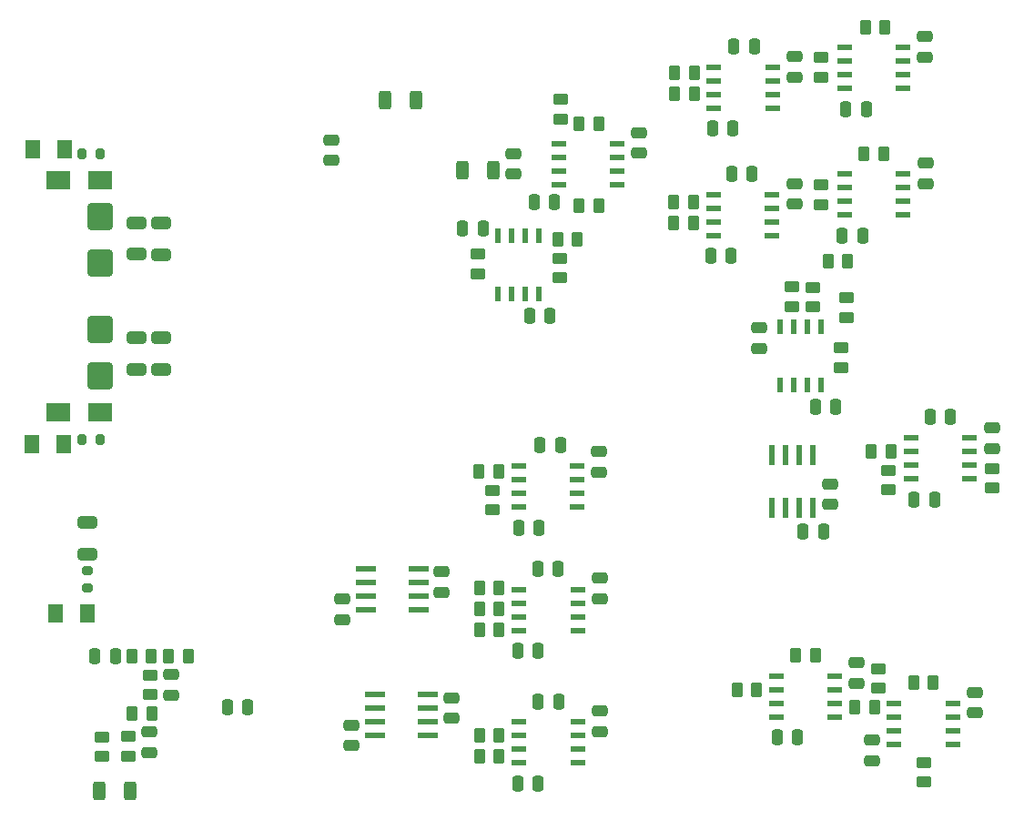
<source format=gtp>
%TF.GenerationSoftware,KiCad,Pcbnew,8.0.2*%
%TF.CreationDate,2024-06-23T14:40:44+03:00*%
%TF.ProjectId,Chaos Circuits,4368616f-7320-4436-9972-63756974732e,1*%
%TF.SameCoordinates,Original*%
%TF.FileFunction,Paste,Top*%
%TF.FilePolarity,Positive*%
%FSLAX46Y46*%
G04 Gerber Fmt 4.6, Leading zero omitted, Abs format (unit mm)*
G04 Created by KiCad (PCBNEW 8.0.2) date 2024-06-23 14:40:44*
%MOMM*%
%LPD*%
G01*
G04 APERTURE LIST*
G04 Aperture macros list*
%AMRoundRect*
0 Rectangle with rounded corners*
0 $1 Rounding radius*
0 $2 $3 $4 $5 $6 $7 $8 $9 X,Y pos of 4 corners*
0 Add a 4 corners polygon primitive as box body*
4,1,4,$2,$3,$4,$5,$6,$7,$8,$9,$2,$3,0*
0 Add four circle primitives for the rounded corners*
1,1,$1+$1,$2,$3*
1,1,$1+$1,$4,$5*
1,1,$1+$1,$6,$7*
1,1,$1+$1,$8,$9*
0 Add four rect primitives between the rounded corners*
20,1,$1+$1,$2,$3,$4,$5,0*
20,1,$1+$1,$4,$5,$6,$7,0*
20,1,$1+$1,$6,$7,$8,$9,0*
20,1,$1+$1,$8,$9,$2,$3,0*%
G04 Aperture macros list end*
%ADD10R,1.460500X0.558800*%
%ADD11R,0.558800X1.460500*%
%ADD12R,0.558800X1.981200*%
%ADD13RoundRect,0.250000X-0.450000X0.262500X-0.450000X-0.262500X0.450000X-0.262500X0.450000X0.262500X0*%
%ADD14RoundRect,0.250000X-0.262500X-0.450000X0.262500X-0.450000X0.262500X0.450000X-0.262500X0.450000X0*%
%ADD15RoundRect,0.250000X0.450000X-0.262500X0.450000X0.262500X-0.450000X0.262500X-0.450000X-0.262500X0*%
%ADD16RoundRect,0.250000X0.262500X0.450000X-0.262500X0.450000X-0.262500X-0.450000X0.262500X-0.450000X0*%
%ADD17RoundRect,0.250000X-0.312500X-0.625000X0.312500X-0.625000X0.312500X0.625000X-0.312500X0.625000X0*%
%ADD18RoundRect,0.250000X0.475000X-0.250000X0.475000X0.250000X-0.475000X0.250000X-0.475000X-0.250000X0*%
%ADD19RoundRect,0.250000X-0.250000X-0.475000X0.250000X-0.475000X0.250000X0.475000X-0.250000X0.475000X0*%
%ADD20RoundRect,0.250000X-0.475000X0.250000X-0.475000X-0.250000X0.475000X-0.250000X0.475000X0.250000X0*%
%ADD21RoundRect,0.250000X0.250000X0.475000X-0.250000X0.475000X-0.250000X-0.475000X0.250000X-0.475000X0*%
%ADD22RoundRect,0.200000X-0.200000X-0.275000X0.200000X-0.275000X0.200000X0.275000X-0.200000X0.275000X0*%
%ADD23RoundRect,0.200000X-0.275000X0.200000X-0.275000X-0.200000X0.275000X-0.200000X0.275000X0.200000X0*%
%ADD24RoundRect,0.250000X0.900000X-1.000000X0.900000X1.000000X-0.900000X1.000000X-0.900000X-1.000000X0*%
%ADD25R,2.209800X1.701800*%
%ADD26R,1.981200X0.558800*%
%ADD27RoundRect,0.250000X-0.650000X0.325000X-0.650000X-0.325000X0.650000X-0.325000X0.650000X0.325000X0*%
%ADD28RoundRect,0.250000X0.650000X-0.325000X0.650000X0.325000X-0.650000X0.325000X-0.650000X-0.325000X0*%
%ADD29RoundRect,0.200000X0.200000X0.275000X-0.200000X0.275000X-0.200000X-0.275000X0.200000X-0.275000X0*%
%ADD30RoundRect,0.250001X0.462499X0.624999X-0.462499X0.624999X-0.462499X-0.624999X0.462499X-0.624999X0*%
%ADD31RoundRect,0.250001X-0.462499X-0.624999X0.462499X-0.624999X0.462499X0.624999X-0.462499X0.624999X0*%
G04 APERTURE END LIST*
D10*
%TO.C,U16*%
X114295850Y-89155000D03*
X114295850Y-90425000D03*
X114295850Y-91695000D03*
X114295850Y-92965000D03*
X119744150Y-92965000D03*
X119744150Y-91695000D03*
X119744150Y-90425000D03*
X119744150Y-89155000D03*
%TD*%
%TO.C,U15*%
X103325850Y-86595000D03*
X103325850Y-87865000D03*
X103325850Y-89135000D03*
X103325850Y-90405000D03*
X108774150Y-90405000D03*
X108774150Y-89135000D03*
X108774150Y-87865000D03*
X108774150Y-86595000D03*
%TD*%
%TO.C,U14*%
X115865850Y-64455000D03*
X115865850Y-65725000D03*
X115865850Y-66995000D03*
X115865850Y-68265000D03*
X121314150Y-68265000D03*
X121314150Y-66995000D03*
X121314150Y-65725000D03*
X121314150Y-64455000D03*
%TD*%
D11*
%TO.C,U12*%
X107450000Y-54110000D03*
X106180001Y-54110000D03*
X104910001Y-54110000D03*
X103640002Y-54110000D03*
X103640002Y-59558300D03*
X104910001Y-59558300D03*
X106180001Y-59558300D03*
X107450000Y-59558300D03*
%TD*%
D10*
%TO.C,U11*%
X109675850Y-39910000D03*
X109675850Y-41180000D03*
X109675850Y-42450000D03*
X109675850Y-43720000D03*
X115124150Y-43720000D03*
X115124150Y-42450000D03*
X115124150Y-41180000D03*
X115124150Y-39910000D03*
%TD*%
%TO.C,U10*%
X97475850Y-41805000D03*
X97475850Y-43075000D03*
X97475850Y-44345000D03*
X97475850Y-45615000D03*
X102924150Y-45615000D03*
X102924150Y-44345000D03*
X102924150Y-43075000D03*
X102924150Y-41805000D03*
%TD*%
%TO.C,U9*%
X109675850Y-28145000D03*
X109675850Y-29415000D03*
X109675850Y-30685000D03*
X109675850Y-31955000D03*
X115124150Y-31955000D03*
X115124150Y-30685000D03*
X115124150Y-29415000D03*
X115124150Y-28145000D03*
%TD*%
%TO.C,U8*%
X97531700Y-29960000D03*
X97531700Y-31230000D03*
X97531700Y-32500000D03*
X97531700Y-33770000D03*
X102980000Y-33770000D03*
X102980000Y-32500000D03*
X102980000Y-31230000D03*
X102980000Y-29960000D03*
%TD*%
%TO.C,U5*%
X79396700Y-90895000D03*
X79396700Y-92165000D03*
X79396700Y-93435000D03*
X79396700Y-94705000D03*
X84845000Y-94705000D03*
X84845000Y-93435000D03*
X84845000Y-92165000D03*
X84845000Y-90895000D03*
%TD*%
%TO.C,U3*%
X79396700Y-78550000D03*
X79396700Y-79820000D03*
X79396700Y-81090000D03*
X79396700Y-82360000D03*
X84845000Y-82360000D03*
X84845000Y-81090000D03*
X84845000Y-79820000D03*
X84845000Y-78550000D03*
%TD*%
%TO.C,U4*%
X79346700Y-67090000D03*
X79346700Y-68360000D03*
X79346700Y-69630000D03*
X79346700Y-70900000D03*
X84795000Y-70900000D03*
X84795000Y-69630000D03*
X84795000Y-68360000D03*
X84795000Y-67090000D03*
%TD*%
D11*
%TO.C,U2*%
X81274999Y-51059150D03*
X80005000Y-51059150D03*
X78735000Y-51059150D03*
X77465001Y-51059150D03*
X77465001Y-45610850D03*
X78735000Y-45610850D03*
X80005000Y-45610850D03*
X81274999Y-45610850D03*
%TD*%
D10*
%TO.C,U1*%
X83071700Y-37125000D03*
X83071700Y-38395000D03*
X83071700Y-39665000D03*
X83071700Y-40935000D03*
X88520000Y-40935000D03*
X88520000Y-39665000D03*
X88520000Y-38395000D03*
X88520000Y-37125000D03*
%TD*%
D12*
%TO.C,U13*%
X102885000Y-70963800D03*
X104155000Y-70963800D03*
X105425000Y-70963800D03*
X106695000Y-70963800D03*
X106695000Y-66036200D03*
X105425000Y-66036200D03*
X104155000Y-66036200D03*
X102885000Y-66036200D03*
%TD*%
D13*
%TO.C,R50*%
X117070000Y-94667500D03*
X117070000Y-96492500D03*
%TD*%
%TO.C,R49*%
X123380000Y-67317500D03*
X123380000Y-69142500D03*
%TD*%
D14*
%TO.C,R48*%
X108157500Y-47990000D03*
X109982500Y-47990000D03*
%TD*%
D13*
%TO.C,R47*%
X109900000Y-51417500D03*
X109900000Y-53242500D03*
%TD*%
D14*
%TO.C,R46*%
X116117500Y-87250000D03*
X117942500Y-87250000D03*
%TD*%
D13*
%TO.C,R45*%
X112850000Y-85937500D03*
X112850000Y-87762500D03*
%TD*%
D14*
%TO.C,R44*%
X105157500Y-84700000D03*
X106982500Y-84700000D03*
%TD*%
%TO.C,R43*%
X110617500Y-89530000D03*
X112442500Y-89530000D03*
%TD*%
%TO.C,R42*%
X99657500Y-87870000D03*
X101482500Y-87870000D03*
%TD*%
D15*
%TO.C,R40*%
X113790000Y-69302500D03*
X113790000Y-67477500D03*
%TD*%
D14*
%TO.C,R39*%
X112167500Y-65720000D03*
X113992500Y-65720000D03*
%TD*%
D13*
%TO.C,R38*%
X109310000Y-56077500D03*
X109310000Y-57902500D03*
%TD*%
D15*
%TO.C,R37*%
X104800000Y-52252500D03*
X104800000Y-50427500D03*
%TD*%
D13*
%TO.C,R36*%
X106740000Y-50437500D03*
X106740000Y-52262500D03*
%TD*%
D14*
%TO.C,R35*%
X111477500Y-38030000D03*
X113302500Y-38030000D03*
%TD*%
D15*
%TO.C,R34*%
X107490000Y-42735000D03*
X107490000Y-40910000D03*
%TD*%
D14*
%TO.C,R33*%
X93797500Y-44480000D03*
X95622500Y-44480000D03*
%TD*%
%TO.C,R32*%
X93805000Y-42540000D03*
X95630000Y-42540000D03*
%TD*%
D15*
%TO.C,R31*%
X107470000Y-30922500D03*
X107470000Y-29097500D03*
%TD*%
D14*
%TO.C,R30*%
X111627500Y-26230000D03*
X113452500Y-26230000D03*
%TD*%
%TO.C,R29*%
X93857500Y-32410000D03*
X95682500Y-32410000D03*
%TD*%
%TO.C,R28*%
X93867500Y-30480000D03*
X95692500Y-30480000D03*
%TD*%
D16*
%TO.C,R27*%
X48622500Y-84740000D03*
X46797500Y-84740000D03*
%TD*%
D17*
%TO.C,R26*%
X40335000Y-97315000D03*
X43260000Y-97315000D03*
%TD*%
D15*
%TO.C,R24*%
X43060001Y-94052500D03*
X43060001Y-92227500D03*
%TD*%
D16*
%TO.C,R23*%
X45197500Y-84790000D03*
X43372500Y-84790000D03*
%TD*%
D15*
%TO.C,R22*%
X45060000Y-88340000D03*
X45060000Y-86515000D03*
%TD*%
D14*
%TO.C,R21*%
X43422500Y-90090000D03*
X45247500Y-90090000D03*
%TD*%
D15*
%TO.C,R20*%
X40635000Y-94102500D03*
X40635000Y-92277500D03*
%TD*%
D18*
%TO.C,C49*%
X112210000Y-94469999D03*
X112210000Y-92570001D03*
%TD*%
%TO.C,C48*%
X121810000Y-90039999D03*
X121810000Y-88140001D03*
%TD*%
D19*
%TO.C,C47*%
X103410000Y-92320000D03*
X105310000Y-92320000D03*
%TD*%
D18*
%TO.C,C46*%
X110830000Y-87279999D03*
X110830000Y-85380001D03*
%TD*%
D19*
%TO.C,C45*%
X116130000Y-70180000D03*
X118030000Y-70180000D03*
%TD*%
D18*
%TO.C,C44*%
X123370000Y-65429998D03*
X123370000Y-63530000D03*
%TD*%
D19*
%TO.C,C43*%
X117640000Y-62530000D03*
X119540000Y-62530000D03*
%TD*%
%TO.C,C42*%
X105820000Y-73130000D03*
X107720000Y-73130000D03*
%TD*%
D20*
%TO.C,C41*%
X101730000Y-54230001D03*
X101730000Y-56129999D03*
%TD*%
D19*
%TO.C,C40*%
X106950000Y-61610000D03*
X108850000Y-61610000D03*
%TD*%
D20*
%TO.C,C39*%
X108350000Y-68770001D03*
X108350000Y-70669999D03*
%TD*%
D19*
%TO.C,C38*%
X109460000Y-45630000D03*
X111360000Y-45630000D03*
%TD*%
D18*
%TO.C,C37*%
X117200000Y-40809999D03*
X117200000Y-38910001D03*
%TD*%
D19*
%TO.C,C36*%
X97240001Y-47540000D03*
X99139999Y-47540000D03*
%TD*%
D18*
%TO.C,C35*%
X105000000Y-42729999D03*
X105000000Y-40830001D03*
%TD*%
D19*
%TO.C,C34*%
X109790000Y-33890000D03*
X111690000Y-33890000D03*
%TD*%
D18*
%TO.C,C33*%
X117180000Y-29049999D03*
X117180000Y-27150001D03*
%TD*%
D19*
%TO.C,C32*%
X99180000Y-39890000D03*
X101080000Y-39890000D03*
%TD*%
%TO.C,C31*%
X97380000Y-35700000D03*
X99280000Y-35700000D03*
%TD*%
D18*
%TO.C,C30*%
X105050000Y-30889999D03*
X105050000Y-28990001D03*
%TD*%
D19*
%TO.C,C29*%
X99370000Y-28030000D03*
X101270000Y-28030000D03*
%TD*%
%TO.C,C28*%
X52247501Y-89540000D03*
X54147499Y-89540000D03*
%TD*%
D21*
%TO.C,C27*%
X41834999Y-84740000D03*
X39935001Y-84740000D03*
%TD*%
D20*
%TO.C,C26*%
X47010000Y-86490001D03*
X47010000Y-88389999D03*
%TD*%
%TO.C,C25*%
X45035000Y-91815002D03*
X45035000Y-93715000D03*
%TD*%
D18*
%TO.C,C8*%
X90595000Y-37959998D03*
X90595000Y-36060000D03*
%TD*%
D22*
%TO.C,R1*%
X38750000Y-64600000D03*
X40400000Y-64600000D03*
%TD*%
D19*
%TO.C,C15*%
X81170000Y-84250000D03*
X79270000Y-84250000D03*
%TD*%
D23*
%TO.C,R3*%
X39270000Y-76795000D03*
X39270000Y-78445000D03*
%TD*%
D19*
%TO.C,C10*%
X80370000Y-53110000D03*
X82270000Y-53110000D03*
%TD*%
D17*
%TO.C,R6*%
X66915000Y-33000000D03*
X69840000Y-33000000D03*
%TD*%
D18*
%TO.C,C23*%
X73120000Y-90524999D03*
X73120000Y-88625001D03*
%TD*%
D14*
%TO.C,R7*%
X84970000Y-42835000D03*
X86795000Y-42835000D03*
%TD*%
D19*
%TO.C,C17*%
X79370000Y-72800000D03*
X81270000Y-72800000D03*
%TD*%
D24*
%TO.C,D2*%
X40400000Y-48200002D03*
X40400000Y-43900000D03*
%TD*%
D16*
%TO.C,R9*%
X84820000Y-45985000D03*
X82995000Y-45985000D03*
%TD*%
D18*
%TO.C,C19*%
X86895000Y-91775000D03*
X86895000Y-89875002D03*
%TD*%
D25*
%TO.C,D3*%
X36539200Y-62100000D03*
X40400000Y-62100000D03*
%TD*%
D17*
%TO.C,R5*%
X74102500Y-39550000D03*
X77027500Y-39550000D03*
%TD*%
D26*
%TO.C,U6*%
X65142400Y-76615000D03*
X65142400Y-77885000D03*
X65142400Y-79155000D03*
X65142400Y-80425000D03*
X70070000Y-80425000D03*
X70070000Y-79155000D03*
X70070000Y-77885000D03*
X70070000Y-76615000D03*
%TD*%
D20*
%TO.C,C6*%
X61920000Y-36760000D03*
X61920000Y-38659998D03*
%TD*%
D14*
%TO.C,R14*%
X75732500Y-78450000D03*
X77557500Y-78450000D03*
%TD*%
D27*
%TO.C,C2*%
X43800000Y-44424999D03*
X43800000Y-47375001D03*
%TD*%
%TO.C,C3*%
X46100000Y-55149998D03*
X46100000Y-58100000D03*
%TD*%
D18*
%TO.C,C14*%
X86895000Y-79425000D03*
X86895000Y-77525002D03*
%TD*%
D28*
%TO.C,C5*%
X39270000Y-75245001D03*
X39270000Y-72294999D03*
%TD*%
D24*
%TO.C,D1*%
X40400000Y-58700002D03*
X40400000Y-54400000D03*
%TD*%
D20*
%TO.C,C22*%
X62970000Y-79475001D03*
X62970000Y-81374999D03*
%TD*%
D14*
%TO.C,R19*%
X75657500Y-67575000D03*
X77482500Y-67575000D03*
%TD*%
D29*
%TO.C,R2*%
X40400000Y-38000000D03*
X38750000Y-38000000D03*
%TD*%
D21*
%TO.C,C11*%
X76045000Y-44985000D03*
X74145002Y-44985000D03*
%TD*%
D18*
%TO.C,C7*%
X78840000Y-39925000D03*
X78840000Y-38025002D03*
%TD*%
%TO.C,C21*%
X72170000Y-78825000D03*
X72170000Y-76925002D03*
%TD*%
D30*
%TO.C,D5*%
X37075000Y-65000000D03*
X34100000Y-65000000D03*
%TD*%
D14*
%TO.C,R11*%
X84970000Y-35235000D03*
X86795000Y-35235000D03*
%TD*%
D13*
%TO.C,R8*%
X83245000Y-32960000D03*
X83245000Y-34785000D03*
%TD*%
D19*
%TO.C,C18*%
X81195000Y-89000000D03*
X83095000Y-89000000D03*
%TD*%
D14*
%TO.C,R17*%
X75732500Y-92150000D03*
X77557500Y-92150000D03*
%TD*%
D19*
%TO.C,C20*%
X81195000Y-96600000D03*
X79295000Y-96600000D03*
%TD*%
D13*
%TO.C,R13*%
X83170000Y-47735000D03*
X83170000Y-49560000D03*
%TD*%
D27*
%TO.C,C1*%
X43800000Y-55124999D03*
X43800000Y-58075001D03*
%TD*%
D14*
%TO.C,R18*%
X75732500Y-94075000D03*
X77557500Y-94075000D03*
%TD*%
D26*
%TO.C,U7*%
X66006200Y-88345000D03*
X66006200Y-89615000D03*
X66006200Y-90885000D03*
X66006200Y-92155000D03*
X70933800Y-92155000D03*
X70933800Y-90885000D03*
X70933800Y-89615000D03*
X70933800Y-88345000D03*
%TD*%
D19*
%TO.C,C13*%
X81145000Y-76625000D03*
X83045000Y-76625000D03*
%TD*%
D31*
%TO.C,D6*%
X34125000Y-37600000D03*
X37100000Y-37600000D03*
%TD*%
%TO.C,D8*%
X36307500Y-80770000D03*
X39282500Y-80770000D03*
%TD*%
D19*
%TO.C,C12*%
X81345000Y-65150000D03*
X83245000Y-65150000D03*
%TD*%
D27*
%TO.C,C4*%
X46100000Y-44449998D03*
X46100000Y-47400000D03*
%TD*%
D14*
%TO.C,R15*%
X75732500Y-80400000D03*
X77557500Y-80400000D03*
%TD*%
D20*
%TO.C,C24*%
X63820000Y-91175000D03*
X63820000Y-93074998D03*
%TD*%
D15*
%TO.C,R12*%
X76920000Y-71162500D03*
X76920000Y-69337500D03*
%TD*%
D21*
%TO.C,C9*%
X82719998Y-42535000D03*
X80820000Y-42535000D03*
%TD*%
D18*
%TO.C,C16*%
X86845000Y-67625000D03*
X86845000Y-65725002D03*
%TD*%
D13*
%TO.C,R10*%
X75545000Y-47385000D03*
X75545000Y-49210000D03*
%TD*%
D14*
%TO.C,R16*%
X75732500Y-82300000D03*
X77557500Y-82300000D03*
%TD*%
D25*
%TO.C,D4*%
X40430400Y-40500000D03*
X36569600Y-40500000D03*
%TD*%
M02*

</source>
